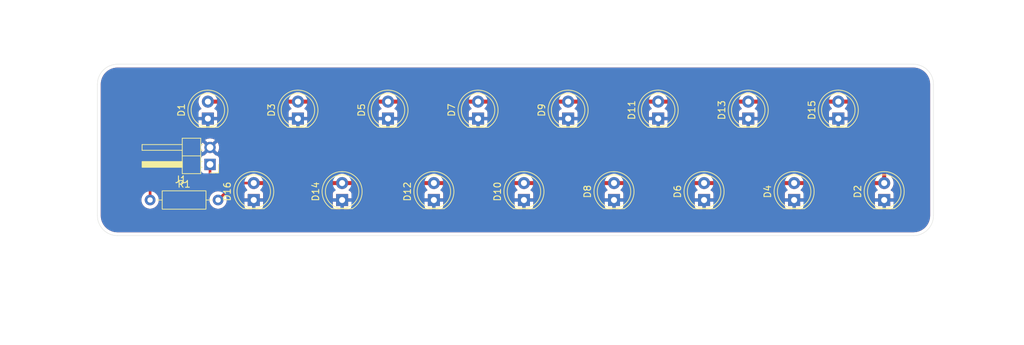
<source format=kicad_pcb>
(kicad_pcb (version 20241229) (generator "pcbnew") (generator_version "9.0")
  (layers (0 "F.Cu" signal) (2 "B.Cu" signal) (13 "F.Paste" user) (15 "B.Paste" user) (5 "F.SilkS" user "F.Silkscreen") (7 "B.SilkS" user "B.Silkscreen") (1 "F.Mask" user) (3 "B.Mask" user) (25 "Edge.Cuts" user))
  (net 0 "")
  (net 1 "GND")
  (net 2 "Net-(D1-A)")
  (net 3 "Net-(J1-Pin_1)")
  (footprint "LED_THT:LED_D5.0mm" (layer "F.Cu") (at 117.094 57.917 90)
    (property "Reference" "D7" (at 1.27 -3.96 90) (layer "F.SilkS"))
    (property "Value" "LED")
    (fp_line (start -1.29 -1.545) (end -1.29 1.545) (stroke (width 0.12)) (layer "F.SilkS"))
    (fp_arc (start -1.29 -1.54483) (mid 2.071779 -2.880495) (end 4.26 0) (stroke (width 0.12)) (layer "F.SilkS"))
    (fp_arc (start 4.26 0) (mid 2.071779 2.880495) (end -1.29 1.54483) (stroke (width 0.12)) (layer "F.SilkS"))
    (fp_circle (center 1.27 0) (end 3.77 0) (stroke (width 0.12)) (fill no) (layer "F.SilkS"))
    (pad "1" thru_hole rect (at 0 0 90) (size 1.8 1.8) (drill 0.9) (layers "*.Cu" "*.Mask") (net 1 "GND"))
    (pad "2" thru_hole circle (at 2.54 0 90) (size 1.8 1.8) (drill 0.9) (layers "*.Cu" "*.Mask") (net 2 "Net-(D1-A)"))
  )
  (footprint "LED_THT:LED_D5.0mm" (layer "F.Cu") (at 76.708 57.917 90)
    (property "Reference" "D1" (at 1.27 -3.96 90) (layer "F.SilkS"))
    (property "Value" "LED")
    (fp_line (start -1.29 -1.545) (end -1.29 1.545) (stroke (width 0.12)) (layer "F.SilkS"))
    (fp_arc (start -1.29 -1.54483) (mid 2.071779 -2.880495) (end 4.26 0) (stroke (width 0.12)) (layer "F.SilkS"))
    (fp_arc (start 4.26 0) (mid 2.071779 2.880495) (end -1.29 1.54483) (stroke (width 0.12)) (layer "F.SilkS"))
    (fp_circle (center 1.27 0) (end 3.77 0) (stroke (width 0.12)) (fill no) (layer "F.SilkS"))
    (pad "1" thru_hole rect (at 0 0 90) (size 1.8 1.8) (drill 0.9) (layers "*.Cu" "*.Mask") (net 1 "GND"))
    (pad "2" thru_hole circle (at 2.54 0 90) (size 1.8 1.8) (drill 0.9) (layers "*.Cu" "*.Mask") (net 2 "Net-(D1-A)"))
  )
  (footprint "LED_THT:LED_D5.0mm" (layer "F.Cu") (at 170.942 57.912 90)
    (property "Reference" "D15" (at 1.27 -3.96 90) (layer "F.SilkS"))
    (property "Value" "LED")
    (fp_line (start -1.29 -1.545) (end -1.29 1.545) (stroke (width 0.12)) (layer "F.SilkS"))
    (fp_arc (start -1.29 -1.54483) (mid 2.071779 -2.880495) (end 4.26 0) (stroke (width 0.12)) (layer "F.SilkS"))
    (fp_arc (start 4.26 0) (mid 2.071779 2.880495) (end -1.29 1.54483) (stroke (width 0.12)) (layer "F.SilkS"))
    (fp_circle (center 1.27 0) (end 3.77 0) (stroke (width 0.12)) (fill no) (layer "F.SilkS"))
    (pad "1" thru_hole rect (at 0 0 90) (size 1.8 1.8) (drill 0.9) (layers "*.Cu" "*.Mask") (net 1 "GND"))
    (pad "2" thru_hole circle (at 2.54 0 90) (size 1.8 1.8) (drill 0.9) (layers "*.Cu" "*.Mask") (net 2 "Net-(D1-A)"))
  )
  (footprint "LED_THT:LED_D5.0mm" (layer "F.Cu") (at 177.8 70.109 90)
    (property "Reference" "D2" (at 1.27 -3.96 90) (layer "F.SilkS"))
    (property "Value" "LED")
    (fp_line (start -1.29 -1.545) (end -1.29 1.545) (stroke (width 0.12)) (layer "F.SilkS"))
    (fp_arc (start -1.29 -1.54483) (mid 2.071779 -2.880495) (end 4.26 0) (stroke (width 0.12)) (layer "F.SilkS"))
    (fp_arc (start 4.26 0) (mid 2.071779 2.880495) (end -1.29 1.54483) (stroke (width 0.12)) (layer "F.SilkS"))
    (fp_circle (center 1.27 0) (end 3.77 0) (stroke (width 0.12)) (fill no) (layer "F.SilkS"))
    (pad "1" thru_hole rect (at 0 0 90) (size 1.8 1.8) (drill 0.9) (layers "*.Cu" "*.Mask") (net 1 "GND"))
    (pad "2" thru_hole circle (at 2.54 0 90) (size 1.8 1.8) (drill 0.9) (layers "*.Cu" "*.Mask") (net 2 "Net-(D1-A)"))
  )
  (footprint "Connector_PinHeader_2.54mm:PinHeader_1x02_P2.54mm_Horizontal" (layer "F.Cu") (at 77.029 64.775 180)
    (property "Reference" "J1" (at 4.385 -2.27 0) (layer "F.SilkS"))
    (property "Value" "Conn_01x02_Pin")
    (fp_line (start 10.15 2.97) (end 4.15 2.97) (stroke (width 0.12)) (layer "F.SilkS"))
    (fp_line (start 10.15 2.11) (end 10.15 2.97) (stroke (width 0.12)) (layer "F.SilkS"))
    (fp_line (start 4.15 3.92) (end 4.15 -1.38) (stroke (width 0.12)) (layer "F.SilkS"))
    (fp_line (start 4.15 2.11) (end 10.15 2.11) (stroke (width 0.12)) (layer "F.SilkS"))
    (fp_line (start 4.15 -1.38) (end 1.39 -1.38) (stroke (width 0.12)) (layer "F.SilkS"))
    (fp_line (start 1.39 3.92) (end 4.15 3.92) (stroke (width 0.12)) (layer "F.SilkS"))
    (fp_line (start 1.39 1.27) (end 4.15 1.27) (stroke (width 0.12)) (layer "F.SilkS"))
    (fp_line (start 1.39 -1.38) (end 1.39 3.92) (stroke (width 0.12)) (layer "F.SilkS"))
    (fp_line (start 1.16 0.43) (end 1.39 0.43) (stroke (width 0.12)) (layer "F.SilkS"))
    (fp_line (start 1.16 -0.43) (end 1.39 -0.43) (stroke (width 0.12)) (layer "F.SilkS"))
    (fp_line (start 1.077358 2.97) (end 1.39 2.97) (stroke (width 0.12)) (layer "F.SilkS"))
    (fp_line (start 1.077358 2.11) (end 1.39 2.11) (stroke (width 0.12)) (layer "F.SilkS"))
    (fp_line (start -1.27 0) (end -1.27 -1.27) (stroke (width 0.12)) (layer "F.SilkS"))
    (fp_line (start -1.27 -1.27) (end 0 -1.27) (stroke (width 0.12)) (layer "F.SilkS"))
    (fp_rect (start 4.15 -0.43) (end 10.15 0.43) (stroke (width 0.12)) (fill yes) (layer "F.SilkS"))
    (pad "1" thru_hole rect (at 0 0 180) (size 1.7 1.7) (drill 1) (layers "*.Cu" "*.Mask") (net 3 "Net-(J1-Pin_1)"))
    (pad "2" thru_hole circle (at 0 2.54 180) (size 1.7 1.7) (drill 1) (layers "*.Cu" "*.Mask") (net 1 "GND"))
  )
  (footprint "Resistor_THT:R_Axial_DIN0207_L6.3mm_D2.5mm_P10.16mm_Horizontal" (layer "F.Cu") (at 68.072 70.104)
    (property "Reference" "R1" (at 5.08 -2.37 0) (layer "F.SilkS"))
    (property "Value" "R")
    (fp_line (start 1.04 0) (end 1.81 0) (stroke (width 0.12)) (layer "F.SilkS"))
    (fp_line (start 9.12 0) (end 8.35 0) (stroke (width 0.12)) (layer "F.SilkS"))
    (fp_rect (start 1.81 -1.37) (end 8.35 1.37) (stroke (width 0.12)) (fill no) (layer "F.SilkS"))
    (pad "1" thru_hole circle (at 0 0) (size 1.6 1.6) (drill 0.8) (layers "*.Cu" "*.Mask") (net 3 "Net-(J1-Pin_1)"))
    (pad "2" thru_hole circle (at 10.16 0) (size 1.6 1.6) (drill 0.8) (layers "*.Cu" "*.Mask") (net 2 "Net-(D1-A)"))
  )
  (footprint "LED_THT:LED_D5.0mm" (layer "F.Cu") (at 96.774 70.109 90)
    (property "Reference" "D14" (at 1.27 -3.96 90) (layer "F.SilkS"))
    (property "Value" "LED")
    (fp_line (start -1.29 -1.545) (end -1.29 1.545) (stroke (width 0.12)) (layer "F.SilkS"))
    (fp_arc (start -1.29 -1.54483) (mid 2.071779 -2.880495) (end 4.26 0) (stroke (width 0.12)) (layer "F.SilkS"))
    (fp_arc (start 4.26 0) (mid 2.071779 2.880495) (end -1.29 1.54483) (stroke (width 0.12)) (layer "F.SilkS"))
    (fp_circle (center 1.27 0) (end 3.77 0) (stroke (width 0.12)) (fill no) (layer "F.SilkS"))
    (pad "1" thru_hole rect (at 0 0 90) (size 1.8 1.8) (drill 0.9) (layers "*.Cu" "*.Mask") (net 1 "GND"))
    (pad "2" thru_hole circle (at 2.54 0 90) (size 1.8 1.8) (drill 0.9) (layers "*.Cu" "*.Mask") (net 2 "Net-(D1-A)"))
  )
  (footprint "LED_THT:LED_D5.0mm" (layer "F.Cu") (at 110.49 70.109 90)
    (property "Reference" "D12" (at 1.27 -3.96 90) (layer "F.SilkS"))
    (property "Value" "LED")
    (fp_line (start -1.29 -1.545) (end -1.29 1.545) (stroke (width 0.12)) (layer "F.SilkS"))
    (fp_arc (start -1.29 -1.54483) (mid 2.071779 -2.880495) (end 4.26 0) (stroke (width 0.12)) (layer "F.SilkS"))
    (fp_arc (start 4.26 0) (mid 2.071779 2.880495) (end -1.29 1.54483) (stroke (width 0.12)) (layer "F.SilkS"))
    (fp_circle (center 1.27 0) (end 3.77 0) (stroke (width 0.12)) (fill no) (layer "F.SilkS"))
    (pad "1" thru_hole rect (at 0 0 90) (size 1.8 1.8) (drill 0.9) (layers "*.Cu" "*.Mask") (net 1 "GND"))
    (pad "2" thru_hole circle (at 2.54 0 90) (size 1.8 1.8) (drill 0.9) (layers "*.Cu" "*.Mask") (net 2 "Net-(D1-A)"))
  )
  (footprint "LED_THT:LED_D5.0mm" (layer "F.Cu") (at 164.338 70.109 90)
    (property "Reference" "D4" (at 1.27 -3.96 90) (layer "F.SilkS"))
    (property "Value" "LED")
    (fp_line (start -1.29 -1.545) (end -1.29 1.545) (stroke (width 0.12)) (layer "F.SilkS"))
    (fp_arc (start -1.29 -1.54483) (mid 2.071779 -2.880495) (end 4.26 0) (stroke (width 0.12)) (layer "F.SilkS"))
    (fp_arc (start 4.26 0) (mid 2.071779 2.880495) (end -1.29 1.54483) (stroke (width 0.12)) (layer "F.SilkS"))
    (fp_circle (center 1.27 0) (end 3.77 0) (stroke (width 0.12)) (fill no) (layer "F.SilkS"))
    (pad "1" thru_hole rect (at 0 0 90) (size 1.8 1.8) (drill 0.9) (layers "*.Cu" "*.Mask") (net 1 "GND"))
    (pad "2" thru_hole circle (at 2.54 0 90) (size 1.8 1.8) (drill 0.9) (layers "*.Cu" "*.Mask") (net 2 "Net-(D1-A)"))
  )
  (footprint "LED_THT:LED_D5.0mm" (layer "F.Cu") (at 90.17 57.917 90)
    (property "Reference" "D3" (at 1.27 -3.96 90) (layer "F.SilkS"))
    (property "Value" "LED")
    (fp_line (start -1.29 -1.545) (end -1.29 1.545) (stroke (width 0.12)) (layer "F.SilkS"))
    (fp_arc (start -1.29 -1.54483) (mid 2.071779 -2.880495) (end 4.26 0) (stroke (width 0.12)) (layer "F.SilkS"))
    (fp_arc (start 4.26 0) (mid 2.071779 2.880495) (end -1.29 1.54483) (stroke (width 0.12)) (layer "F.SilkS"))
    (fp_circle (center 1.27 0) (end 3.77 0) (stroke (width 0.12)) (fill no) (layer "F.SilkS"))
    (pad "1" thru_hole rect (at 0 0 90) (size 1.8 1.8) (drill 0.9) (layers "*.Cu" "*.Mask") (net 1 "GND"))
    (pad "2" thru_hole circle (at 2.54 0 90) (size 1.8 1.8) (drill 0.9) (layers "*.Cu" "*.Mask") (net 2 "Net-(D1-A)"))
  )
  (footprint "LED_THT:LED_D5.0mm" (layer "F.Cu") (at 83.566 70.109 90)
    (property "Reference" "D16" (at 1.27 -3.96 90) (layer "F.SilkS"))
    (property "Value" "LED")
    (fp_line (start -1.29 -1.545) (end -1.29 1.545) (stroke (width 0.12)) (layer "F.SilkS"))
    (fp_arc (start -1.29 -1.54483) (mid 2.071779 -2.880495) (end 4.26 0) (stroke (width 0.12)) (layer "F.SilkS"))
    (fp_arc (start 4.26 0) (mid 2.071779 2.880495) (end -1.29 1.54483) (stroke (width 0.12)) (layer "F.SilkS"))
    (fp_circle (center 1.27 0) (end 3.77 0) (stroke (width 0.12)) (fill no) (layer "F.SilkS"))
    (pad "1" thru_hole rect (at 0 0 90) (size 1.8 1.8) (drill 0.9) (layers "*.Cu" "*.Mask") (net 1 "GND"))
    (pad "2" thru_hole circle (at 2.54 0 90) (size 1.8 1.8) (drill 0.9) (layers "*.Cu" "*.Mask") (net 2 "Net-(D1-A)"))
  )
  (footprint "LED_THT:LED_D5.0mm" (layer "F.Cu") (at 137.414 70.109 90)
    (property "Reference" "D8" (at 1.27 -3.96 90) (layer "F.SilkS"))
    (property "Value" "LED")
    (fp_line (start -1.29 -1.545) (end -1.29 1.545) (stroke (width 0.12)) (layer "F.SilkS"))
    (fp_arc (start -1.29 -1.54483) (mid 2.071779 -2.880495) (end 4.26 0) (stroke (width 0.12)) (layer "F.SilkS"))
    (fp_arc (start 4.26 0) (mid 2.071779 2.880495) (end -1.29 1.54483) (stroke (width 0.12)) (layer "F.SilkS"))
    (fp_circle (center 1.27 0) (end 3.77 0) (stroke (width 0.12)) (fill no) (layer "F.SilkS"))
    (pad "1" thru_hole rect (at 0 0 90) (size 1.8 1.8) (drill 0.9) (layers "*.Cu" "*.Mask") (net 1 "GND"))
    (pad "2" thru_hole circle (at 2.54 0 90) (size 1.8 1.8) (drill 0.9) (layers "*.Cu" "*.Mask") (net 2 "Net-(D1-A)"))
  )
  (footprint "LED_THT:LED_D5.0mm" (layer "F.Cu") (at 150.876 70.109 90)
    (property "Reference" "D6" (at 1.27 -3.96 90) (layer "F.SilkS"))
    (property "Value" "LED")
    (fp_line (start -1.29 -1.545) (end -1.29 1.545) (stroke (width 0.12)) (layer "F.SilkS"))
    (fp_arc (start -1.29 -1.54483) (mid 2.071779 -2.880495) (end 4.26 0) (stroke (width 0.12)) (layer "F.SilkS"))
    (fp_arc (start 4.26 0) (mid 2.071779 2.880495) (end -1.29 1.54483) (stroke (width 0.12)) (layer "F.SilkS"))
    (fp_circle (center 1.27 0) (end 3.77 0) (stroke (width 0.12)) (fill no) (layer "F.SilkS"))
    (pad "1" thru_hole rect (at 0 0 90) (size 1.8 1.8) (drill 0.9) (layers "*.Cu" "*.Mask") (net 1 "GND"))
    (pad "2" thru_hole circle (at 2.54 0 90) (size 1.8 1.8) (drill 0.9) (layers "*.Cu" "*.Mask") (net 2 "Net-(D1-A)"))
  )
  (footprint "LED_THT:LED_D5.0mm" (layer "F.Cu") (at 123.952 70.109 90)
    (property "Reference" "D10" (at 1.27 -3.96 90) (layer "F.SilkS"))
    (property "Value" "LED")
    (fp_line (start -1.29 -1.545) (end -1.29 1.545) (stroke (width 0.12)) (layer "F.SilkS"))
    (fp_arc (start -1.29 -1.54483) (mid 2.071779 -2.880495) (end 4.26 0) (stroke (width 0.12)) (layer "F.SilkS"))
    (fp_arc (start 4.26 0) (mid 2.071779 2.880495) (end -1.29 1.54483) (stroke (width 0.12)) (layer "F.SilkS"))
    (fp_circle (center 1.27 0) (end 3.77 0) (stroke (width 0.12)) (fill no) (layer "F.SilkS"))
    (pad "1" thru_hole rect (at 0 0 90) (size 1.8 1.8) (drill 0.9) (layers "*.Cu" "*.Mask") (net 1 "GND"))
    (pad "2" thru_hole circle (at 2.54 0 90) (size 1.8 1.8) (drill 0.9) (layers "*.Cu" "*.Mask") (net 2 "Net-(D1-A)"))
  )
  (footprint "LED_THT:LED_D5.0mm" (layer "F.Cu") (at 157.48 57.917 90)
    (property "Reference" "D13" (at 1.27 -3.96 90) (layer "F.SilkS"))
    (property "Value" "LED")
    (fp_line (start -1.29 -1.545) (end -1.29 1.545) (stroke (width 0.12)) (layer "F.SilkS"))
    (fp_arc (start -1.29 -1.54483) (mid 2.071779 -2.880495) (end 4.26 0) (stroke (width 0.12)) (layer "F.SilkS"))
    (fp_arc (start 4.26 0) (mid 2.071779 2.880495) (end -1.29 1.54483) (stroke (width 0.12)) (layer "F.SilkS"))
    (fp_circle (center 1.27 0) (end 3.77 0) (stroke (width 0.12)) (fill no) (layer "F.SilkS"))
    (pad "1" thru_hole rect (at 0 0 90) (size 1.8 1.8) (drill 0.9) (layers "*.Cu" "*.Mask") (net 1 "GND"))
    (pad "2" thru_hole circle (at 2.54 0 90) (size 1.8 1.8) (drill 0.9) (layers "*.Cu" "*.Mask") (net 2 "Net-(D1-A)"))
  )
  (footprint "LED_THT:LED_D5.0mm" (layer "F.Cu") (at 130.556 57.917 90)
    (property "Reference" "D9" (at 1.27 -3.96 90) (layer "F.SilkS"))
    (property "Value" "LED")
    (fp_line (start -1.29 -1.545) (end -1.29 1.545) (stroke (width 0.12)) (layer "F.SilkS"))
    (fp_arc (start -1.29 -1.54483) (mid 2.071779 -2.880495) (end 4.26 0) (stroke (width 0.12)) (layer "F.SilkS"))
    (fp_arc (start 4.26 0) (mid 2.071779 2.880495) (end -1.29 1.54483) (stroke (width 0.12)) (layer "F.SilkS"))
    (fp_circle (center 1.27 0) (end 3.77 0) (stroke (width 0.12)) (fill no) (layer "F.SilkS"))
    (pad "1" thru_hole rect (at 0 0 90) (size 1.8 1.8) (drill 0.9) (layers "*.Cu" "*.Mask") (net 1 "GND"))
    (pad "2" thru_hole circle (at 2.54 0 90) (size 1.8 1.8) (drill 0.9) (layers "*.Cu" "*.Mask") (net 2 "Net-(D1-A)"))
  )
  (footprint "LED_THT:LED_D5.0mm" (layer "F.Cu") (at 144.018 57.912 90)
    (property "Reference" "D11" (at 1.27 -3.96 90) (layer "F.SilkS"))
    (property "Value" "LED")
    (fp_line (start -1.29 -1.545) (end -1.29 1.545) (stroke (width 0.12)) (layer "F.SilkS"))
    (fp_arc (start -1.29 -1.54483) (mid 2.071779 -2.880495) (end 4.26 0) (stroke (width 0.12)) (layer "F.SilkS"))
    (fp_arc (start 4.26 0) (mid 2.071779 2.880495) (end -1.29 1.54483) (stroke (width 0.12)) (layer "F.SilkS"))
    (fp_circle (center 1.27 0) (end 3.77 0) (stroke (width 0.12)) (fill no) (layer "F.SilkS"))
    (pad "1" thru_hole rect (at 0 0 90) (size 1.8 1.8) (drill 0.9) (layers "*.Cu" "*.Mask") (net 1 "GND"))
    (pad "2" thru_hole circle (at 2.54 0 90) (size 1.8 1.8) (drill 0.9) (layers "*.Cu" "*.Mask") (net 2 "Net-(D1-A)"))
  )
  (footprint "LED_THT:LED_D5.0mm" (layer "F.Cu") (at 103.632 57.917 90)
    (property "Reference" "D5" (at 1.27 -3.96 90) (layer "F.SilkS"))
    (property "Value" "LED")
    (fp_line (start -1.29 -1.545) (end -1.29 1.545) (stroke (width 0.12)) (layer "F.SilkS"))
    (fp_arc (start -1.29 -1.54483) (mid 2.071779 -2.880495) (end 4.26 0) (stroke (width 0.12)) (layer "F.SilkS"))
    (fp_arc (start 4.26 0) (mid 2.071779 2.880495) (end -1.29 1.54483) (stroke (width 0.12)) (layer "F.SilkS"))
    (fp_circle (center 1.27 0) (end 3.77 0) (stroke (width 0.12)) (fill no) (layer "F.SilkS"))
    (pad "1" thru_hole rect (at 0 0 90) (size 1.8 1.8) (drill 0.9) (layers "*.Cu" "*.Mask") (net 1 "GND"))
    (pad "2" thru_hole circle (at 2.54 0 90) (size 1.8 1.8) (drill 0.9) (layers "*.Cu" "*.Mask") (net 2 "Net-(D1-A)"))
  )
  (gr_arc (start 60.198 52.784) (mid 61.07668 50.66268) (end 63.198 49.784) (stroke (width 0.05)) (layer "Edge.Cuts"))
  (gr_line (start 63.198 49.784) (end 182.166 49.784) (stroke (width 0.05)) (layer "Edge.Cuts"))
  (gr_line (start 185.166 52.784) (end 185.166 72.438) (stroke (width 0.05)) (layer "Edge.Cuts"))
  (gr_arc (start 182.166 49.784) (mid 184.28732 50.66268) (end 185.166 52.784) (stroke (width 0.05)) (layer "Edge.Cuts"))
  (gr_line (start 182.166 75.438) (end 63.198 75.438) (stroke (width 0.05)) (layer "Edge.Cuts"))
  (gr_arc (start 63.198 75.438) (mid 61.07668 74.55932) (end 60.198 72.438) (stroke (width 0.05)) (layer "Edge.Cuts"))
  (gr_line (start 60.198 72.438) (end 60.198 52.784) (stroke (width 0.05)) (layer "Edge.Cuts"))
  (gr_arc (start 185.166 72.438) (mid 184.28732 74.55932) (end 182.166 75.438) (stroke (width 0.05)) (layer "Edge.Cuts"))
  (gr_text "-\n" (at 80.264 58.928 0) (layer "F.Cu" knockout) (effects (font (size 1.5 1.5) (thickness 0.3) (bold yes)) (justify left bottom)))
  (gr_text "-\n" (at 84.582 73.66 0) (layer "F.Cu" knockout) (effects (font (size 1.5 1.5) (thickness 0.3) (bold yes)) (justify left bottom)))
  (gr_text "+" (at 84.582 65.278 0) (layer "F.Cu" knockout) (effects (font (size 1.5 1.5) (thickness 0.3) (bold yes)) (justify left bottom)))
  (gr_text "+" (at 77.724 53.086 0) (layer "F.Cu" knockout) (effects (font (size 1.5 1.5) (thickness 0.3) (bold yes)) (justify left bottom)))
  (segment (start 144.018 55.372) (end 144.023 55.377) (width 0.6) (layer "F.Cu") (net 2))
  (segment (start 117.094 55.377) (end 130.556 55.377) (width 0.6) (layer "F.Cu") (net 2))
  (segment (start 144.013 55.377) (end 144.018 55.372) (width 0.6) (layer "F.Cu") (net 2))
  (segment (start 150.876 67.569) (end 164.338 67.569) (width 0.6) (layer "F.Cu") (net 2))
  (segment (start 83.561 67.564) (end 83.566 67.569) (width 0.4) (layer "F.Cu") (net 2))
  (segment (start 110.49 67.569) (end 123.952 67.569) (width 0.6) (layer "F.Cu") (net 2))
  (segment (start 90.17 55.377) (end 103.632 55.377) (width 0.6) (layer "F.Cu") (net 2))
  (segment (start 83.566 67.569) (end 96.774 67.569) (width 0.6) (layer "F.Cu") (net 2))
  (segment (start 80.772 67.564) (end 83.561 67.564) (width 0.4) (layer "F.Cu") (net 2))
  (segment (start 96.774 67.569) (end 110.49 67.569) (width 0.6) (layer "F.Cu") (net 2))
  (segment (start 170.937 55.377) (end 170.942 55.372) (width 0.6) (layer "F.Cu") (net 2))
  (segment (start 157.48 55.377) (end 170.937 55.377) (width 0.6) (layer "F.Cu") (net 2))
  (segment (start 130.556 55.377) (end 144.013 55.377) (width 0.6) (layer "F.Cu") (net 2))
  (segment (start 164.338 67.569) (end 177.8 67.569) (width 0.6) (layer "F.Cu") (net 2))
  (segment (start 150.876 67.569) (end 137.414 67.569) (width 0.6) (layer "F.Cu") (net 2))
  (segment (start 123.952 67.569) (end 137.414 67.569) (width 0.6) (layer "F.Cu") (net 2))
  (segment (start 173.736 55.372) (end 177.8 59.436) (width 0.6) (layer "F.Cu") (net 2))
  (segment (start 103.632 55.377) (end 117.094 55.377) (width 0.6) (layer "F.Cu") (net 2))
  (segment (start 76.708 55.377) (end 90.17 55.377) (width 0.6) (layer "F.Cu") (net 2))
  (segment (start 170.942 55.372) (end 173.736 55.372) (width 0.6) (layer "F.Cu") (net 2))
  (segment (start 78.232 70.104) (end 80.772 67.564) (width 0.4) (layer "F.Cu") (net 2))
  (segment (start 177.8 59.436) (end 177.8 67.569) (width 0.6) (layer "F.Cu") (net 2))
  (segment (start 144.023 55.377) (end 157.48 55.377) (width 0.6) (layer "F.Cu") (net 2))
  (segment (start 68.072 68.58) (end 68.072 70.104) (width 0.4) (layer "F.Cu") (net 3))
  (segment (start 77.029 66.227) (end 75.692 67.564) (width 0.4) (layer "F.Cu") (net 3))
  (segment (start 75.692 67.564) (end 69.088 67.564) (width 0.4) (layer "F.Cu") (net 3))
  (segment (start 69.088 67.564) (end 68.072 68.58) (width 0.4) (layer "F.Cu") (net 3))
  (segment (start 77.029 64.775) (end 77.029 66.227) (width 0.4) (layer "F.Cu") (net 3))
  (zone (net 1) (net_name "GND") (layers "F.Cu" "B.Cu") (connect_pads (clearance 0.5)) (min_thickness 0.25) (fill yes (thermal_gap 0.5) (thermal_bridge_width 0.5))
    (polygon (pts (arc (start 185.166 52.784) (mid 184.28732 50.66268) (end 182.166 49.784)) (arc (start 63.198 49.784) (mid 61.07668 50.66268) (end 60.198 52.784)) (arc (start 60.198 72.438) (mid 61.07668 74.55932) (end 63.198 75.438)) (arc (start 182.166 75.438) (mid 184.28732 74.55932) (end 185.166 72.438))))
  )
)
</source>
